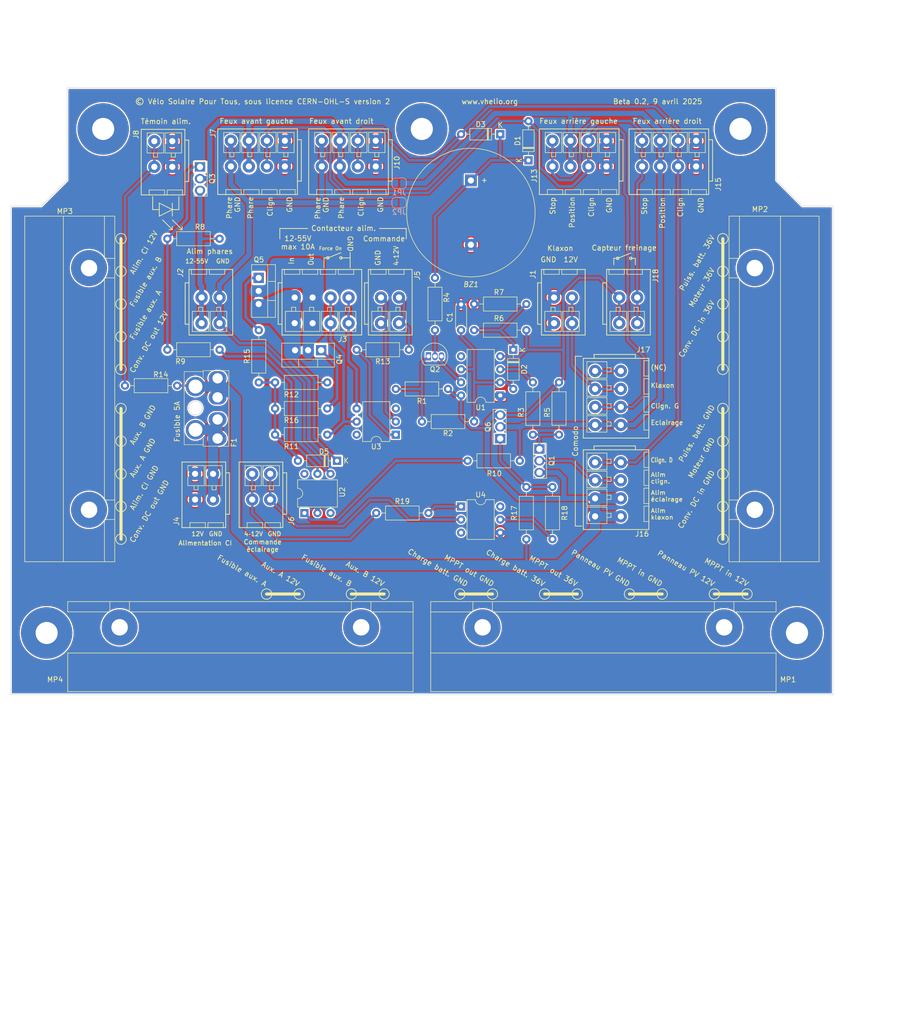
<source format=kicad_pcb>
(kicad_pcb (version 20211014) (generator pcbnew)

  (general
    (thickness 1.6)
  )

  (paper "A4")
  (layers
    (0 "F.Cu" signal)
    (31 "B.Cu" signal)
    (32 "B.Adhes" user "B.Adhesive")
    (33 "F.Adhes" user "F.Adhesive")
    (34 "B.Paste" user)
    (35 "F.Paste" user)
    (36 "B.SilkS" user "B.Silkscreen")
    (37 "F.SilkS" user "F.Silkscreen")
    (38 "B.Mask" user)
    (39 "F.Mask" user)
    (40 "Dwgs.User" user "User.Drawings")
    (41 "Cmts.User" user "User.Comments")
    (42 "Eco1.User" user "User.Eco1")
    (43 "Eco2.User" user "User.Eco2")
    (44 "Edge.Cuts" user)
    (45 "Margin" user)
    (46 "B.CrtYd" user "B.Courtyard")
    (47 "F.CrtYd" user "F.Courtyard")
    (48 "B.Fab" user)
    (49 "F.Fab" user)
    (50 "User.1" user)
    (51 "User.2" user)
    (52 "User.3" user)
    (53 "User.4" user)
    (54 "User.5" user)
    (55 "User.6" user)
    (56 "User.7" user)
    (57 "User.8" user)
    (58 "User.9" user)
  )

  (setup
    (stackup
      (layer "F.SilkS" (type "Top Silk Screen"))
      (layer "F.Paste" (type "Top Solder Paste"))
      (layer "F.Mask" (type "Top Solder Mask") (thickness 0.01))
      (layer "F.Cu" (type "copper") (thickness 0.035))
      (layer "dielectric 1" (type "core") (thickness 1.51) (material "FR4") (epsilon_r 4.5) (loss_tangent 0.02))
      (layer "B.Cu" (type "copper") (thickness 0.035))
      (layer "B.Mask" (type "Bottom Solder Mask") (thickness 0.01))
      (layer "B.Paste" (type "Bottom Solder Paste"))
      (layer "B.SilkS" (type "Bottom Silk Screen"))
      (copper_finish "None")
      (dielectric_constraints no)
    )
    (pad_to_mask_clearance 0)
    (pcbplotparams
      (layerselection 0x00010e0_ffffffff)
      (disableapertmacros false)
      (usegerberextensions false)
      (usegerberattributes true)
      (usegerberadvancedattributes true)
      (creategerberjobfile true)
      (svguseinch false)
      (svgprecision 6)
      (excludeedgelayer true)
      (plotframeref false)
      (viasonmask false)
      (mode 1)
      (useauxorigin false)
      (hpglpennumber 1)
      (hpglpenspeed 20)
      (hpglpendiameter 15.000000)
      (dxfpolygonmode true)
      (dxfimperialunits true)
      (dxfusepcbnewfont true)
      (psnegative false)
      (psa4output false)
      (plotreference true)
      (plotvalue true)
      (plotinvisibletext false)
      (sketchpadsonfab false)
      (subtractmaskfromsilk false)
      (outputformat 1)
      (mirror false)
      (drillshape 0)
      (scaleselection 1)
      (outputdirectory "")
    )
  )

  (net 0 "")
  (net 1 "GND")
  (net 2 "Net-(F1-Pad2)")
  (net 3 "Net-(D1-Pad2)")
  (net 4 "Net-(D3-Pad2)")
  (net 5 "/Phares")
  (net 6 "Net-(J13-Pad4)")
  (net 7 "Net-(J1-Pad2)")
  (net 8 "/Flasher/Out")
  (net 9 "unconnected-(J17-Pad1)")
  (net 10 "/12V_5A")
  (net 11 "/Flasher/Enable")
  (net 12 "/Contacteur Phares/Input")
  (net 13 "/Contacteur Phares/GND")
  (net 14 "/Contacteur Phares/Output")
  (net 15 "Net-(D4-Pad2)")
  (net 16 "/Conv12V_In.Vbatt")
  (net 17 "/Contacteur alim./Input")
  (net 18 "/Contacteur alim./SW_On")
  (net 19 "/Contacteur alim./GND")
  (net 20 "/Contacteur alim./Cmd_GND")
  (net 21 "/Contacteur alim./Cmd_On")
  (net 22 "/Contacteur Eclairage/Cmd_On")
  (net 23 "/Contacteur Eclairage/Cmd_GND")
  (net 24 "Net-(Q4-Pad1)")
  (net 25 "Net-(Q5-Pad1)")
  (net 26 "Net-(C1-Pad1)")
  (net 27 "Net-(D2-Pad1)")
  (net 28 "Net-(D5-Pad2)")
  (net 29 "Net-(Q1-Pad1)")
  (net 30 "Net-(Q2-Pad1)")
  (net 31 "Net-(Q2-Pad2)")
  (net 32 "Net-(Q2-Pad3)")
  (net 33 "Net-(Q3-Pad1)")
  (net 34 "Net-(Q6-Pad1)")
  (net 35 "Net-(R3-Pad1)")
  (net 36 "Net-(R9-Pad2)")
  (net 37 "Net-(R10-Pad1)")
  (net 38 "Net-(R13-Pad1)")
  (net 39 "Net-(R18-Pad2)")
  (net 40 "Net-(R19-Pad1)")
  (net 41 "unconnected-(U1-Pad5)")
  (net 42 "unconnected-(U2-Pad3)")
  (net 43 "unconnected-(U2-Pad6)")
  (net 44 "unconnected-(U3-Pad3)")
  (net 45 "unconnected-(U3-Pad6)")
  (net 46 "unconnected-(U4-Pad3)")
  (net 47 "unconnected-(U4-Pad6)")

  (footprint "circuit:Wago_221-500_SplicingConnectorHolder" (layer "F.Cu") (at 95.25 82.55 90))

  (footprint "circuit:MountingHole_5mm" (layer "F.Cu") (at 87 130))

  (footprint "Resistor_THT:R_Axial_DIN0207_L6.3mm_D2.5mm_P10.16mm_Horizontal" (layer "F.Cu") (at 147.32 74.93))

  (footprint "circuit:Buzzer_25x16_12.5" (layer "F.Cu") (at 169.545 42.01 -90))

  (footprint "Resistor_THT:R_Axial_DIN0207_L6.3mm_D2.5mm_P10.16mm_Horizontal" (layer "F.Cu") (at 185.42 101.6 -90))

  (footprint "Resistor_THT:R_Axial_DIN0207_L6.3mm_D2.5mm_P10.16mm_Horizontal" (layer "F.Cu") (at 180.34 71.12 180))

  (footprint "circuit:TO-220-3_Vertical" (layer "F.Cu") (at 140.415001 75.02 180))

  (footprint "circuit:Generic_FuseHolder_MINI" (layer "F.Cu") (at 120.26 80.485 -90))

  (footprint "Resistor_THT:R_Axial_DIN0207_L6.3mm_D2.5mm_P10.16mm_Horizontal" (layer "F.Cu") (at 165.1 82.55 180))

  (footprint "Package_DIP:DIP-8_W7.62mm" (layer "F.Cu") (at 175.26 83.82 180))

  (footprint "circuit:TerminalBlock_Wago_2601-3102_1x02_P3.50mm_Vertical" (layer "F.Cu") (at 119.38 104.06 180))

  (footprint "Resistor_THT:R_Axial_DIN0207_L6.3mm_D2.5mm_P10.16mm_Horizontal" (layer "F.Cu") (at 160.02 88.9))

  (footprint "Resistor_THT:R_Axial_DIN0207_L6.3mm_D2.5mm_P10.16mm_Horizontal" (layer "F.Cu") (at 168.91 96.52))

  (footprint "circuit:MountingHole_5mm" (layer "F.Cu") (at 98 32))

  (footprint "circuit:TerminalBlock_Wago_2601-3104_1x04_P3.50mm_Vertical" (layer "F.Cu") (at 195.920004 39.29 180))

  (footprint "circuit:TO-251-3_Vertical" (layer "F.Cu") (at 182.88 94.23 -90))

  (footprint "Resistor_THT:R_Axial_DIN0207_L6.3mm_D2.5mm_P10.16mm_Horizontal" (layer "F.Cu") (at 110.49 74.93))

  (footprint "Diode_THT:D_DO-35_SOD27_P7.62mm_Horizontal" (layer "F.Cu") (at 143.51 96.52 180))

  (footprint "circuit:TerminalBlock_Wago_2601-3104_1x04_P3.50mm_Vertical" (layer "F.Cu") (at 213.370004 39.29 180))

  (footprint "circuit:TO-92L_Inline" (layer "F.Cu") (at 161.29 76.2))

  (footprint "circuit:MountingHole_5mm" (layer "F.Cu") (at 222 32))

  (footprint "Resistor_THT:R_Axial_DIN0207_L6.3mm_D2.5mm_P10.16mm_Horizontal" (layer "F.Cu") (at 131.445 86.36))

  (footprint "circuit:TerminalBlock_Wago_2601-3104_1x04_P3.50mm_Vertical" (layer "F.Cu") (at 133.35 39.29 180))

  (footprint "Diode_THT:D_DO-35_SOD27_P7.62mm_Horizontal" (layer "F.Cu") (at 175.26 33.02 180))

  (footprint "Resistor_THT:R_Axial_DIN0207_L6.3mm_D2.5mm_P10.16mm_Horizontal" (layer "F.Cu") (at 102.235 81.915))

  (footprint "Diode_THT:D_DO-35_SOD27_P7.62mm_Horizontal" (layer "F.Cu") (at 177.8 74.93 -90))

  (footprint "Resistor_THT:R_Axial_DIN0207_L6.3mm_D2.5mm_P10.16mm_Horizontal" (layer "F.Cu") (at 181.61 81.28 -90))

  (footprint "Capacitor_THT:C_Disc_D4.3mm_W1.9mm_P5.00mm" (layer "F.Cu") (at 167.64 71.12 90))

  (footprint "Resistor_THT:R_Axial_DIN0207_L6.3mm_D2.5mm_P10.16mm_Horizontal" (layer "F.Cu") (at 162.56 71.12 90))

  (footprint "circuit:TerminalBlock_Wago_2601-3102_1x02_P3.50mm_Vertical" (layer "F.Cu") (at 152.055 64.77))

  (footprint "Diode_THT:D_DO-35_SOD27_P7.62mm_Horizontal" (layer "F.Cu") (at 180.75 38.1 90))

  (footprint "circuit:TerminalBlock_Wago_2601-3104_1x04_P3.50mm_Vertical" (layer "F.Cu") (at 198.7161 96.829996 -90))

  (footprint "circuit:TO-251-3_Vertical" (layer "F.Cu") (at 116.84 39.37 -90))

  (footprint "circuit:TerminalBlock_Wago_2601-3104_1x04_P3.50mm_Vertical" (layer "F.Cu") (at 135.255 64.77))

  (footprint "circuit:Wago_221-500_SplicingConnectorHolder" (layer "F.Cu") (at 224.79 82.55 -90))

  (footprint "Package_DIP:DIP-6_W7.62mm" (layer "F.Cu") (at 154.94 91.44 180))

  (footprint "circuit:MountingHole_5mm" (layer "F.Cu") (at 160 32))

  (footprint "circuit:TerminalBlock_Wago_2601-3102_1x02_P3.50mm_Vertical" (layer "F.Cu")
    (tedit 67E5B582) (tstamp ad280681-52bf-4c8b-ac2c-9709ca177a8f)
    (at 111.450003 39.37 180)
    (tags "Wago 2601-3102")
    (property "Sheetfile" "circuit.kicad_sch")
    (property "Sheetname" "")
    (path "/6e9cd9b5-2cb7-48b8-855f-32619e72c0d6")
    (attr through_hole)
    (fp_text reference "J8" (at 7.056003 5.334 90 unlocked) (layer "F.SilkS")
      (effects (font (size 1 1) (thickness 0.15)) (justify left))
      (tstamp 01e6719e-9dcc-49b4-83bd-29865c70ede1)
    )
    (fp_text value "Conn_Indicateur_Alim" (at 6.35 12.7 180 unlocked) (layer "F.Fab")
      (effects (font (size 1 1) (thickness 0.15)))
      (tstamp 226ba779-52a5-430e-8724-687eedb9994a)
    )
    (fp_text user "${REFERENCE}" (at -2.54 8.89 180 unlocked) (layer "F.Fab")
      (effects (font (size 1 1) (thickness 0.15)) (justify left))
      (tstamp 66b292fe-b076-4a06-a7c0-1ada692a3a1c)
    )
    (fp_line (start 0.200004 2.7) (end 0.200004 1.9) (layer "F.SilkS") (width 0.12) (tstamp 055344df-a143-4136-b771-d336538fb7af))
    (fp_line (start 6.050002 -5.449999) (end 6.050002 7.300001) (layer "F.SilkS") (width 0.1524) (tstamp 0bf7f6d2-f9ad-418f-a859-2bdac7c5ae6a))
    (fp_line (start 1.000004 -4.5) (end -1.999996 -4.5) (layer "F.SilkS") (width 0.12) (tstamp 172a5f2e-4b05-4695-a29c-fa4177c4b3cb))
    (fp_line (start -1.799996 2.7) (end 1.400004 2.7) (layer "F.SilkS") (width 0.12) (tstamp 2bda51c6-7fa4-46ce-ae16-9432d8e95181))
    (fp_line (start -2.449999 -5.449999) (end 6.050002 -5.449999) (layer "F.SilkS") (width 0.1524) (tstamp 2fe5d3e2-bddb-4587-bded-427cfce568b9))
    (fp_line (start -2.449998 -2.849999) (end -3.199999 -2.849999) (layer "F.SilkS") (width 0.1524) (tstamp 37130413-1809-47b9-8303-cea1ae047af6))
    (fp_line (start 1.400004 6.6) (end -1.799996 6.6) (layer "F.SilkS") (width 0.12) (tstamp 3e95dbad-cf0c-49ac-9feb-4e066d548718))
    (fp_line (start 1.500004 -4.5) (end 1.500004 -5.5) (layer "F.SilkS") (width 0.12) (tstamp 447f988c-93f8-4098-90d3-450e5b33e37e))
    (fp_line (start -2.449998 5.2) (end -3.199999 5.2) (layer "F.SilkS") (width 0.1524) (tstamp 480dd182-3993-417f-8df5-e200a1f80d68))
    (fp_line (start 1.700004 2.7) (end 4.900004 2.7) (layer "F.SilkS") (width 0.12) (tstamp 51a339e0-742b-4f55-ac2a-68cbce2af206))
    (fp_line (start 4.500004 -4.5) (end 1.500004 -4.5) (layer "F.SilkS") (width 0.12) (tstamp 5cc9ce62-9d95-47ab-92a1-556a194f8c63))
    (fp_line (start 4.900004 6.6) (end 1.700004 6.6) (layer "F.SilkS") (width 0.12) (tstamp 6b8e3659-a647-4450-8987-9cf793c52fd5))
    (fp_line (start -2.449999 7.300001) (end -2.449999 -5.449999) (layer "F.SilkS") (width 0.1524) (tstamp 6f53efb7-db48-45d9-80c1-507b9960ad08))
    (fp_line (start 3.700004 1.9) (end 2.900004 1.9) (layer "F.SilkS") (width 0.12) (tstamp 84bb1473-531d-4720-ba3b-1fc557b46054))
    (fp_line (start 4.900004 2.7) (end 4.900004 6.6) (layer "F.SilkS") (width 0.12) (tstamp 874081a4-b3f7-4615-9506-53da689e2116))
    (fp_line (start -1.999996 -4.5) (end -1.999996 -5.5) (layer "F.SilkS") (width 0.12) (tstamp 890b243b-b04d-4f29-ab51-41f7ecadcda7))
    (fp_line (start 1.400004 2.7) (end 1.400004 6.6) (layer "F.SilkS") (width 0.12) (tstamp 9a0efaaf-2136-4026-b3c2-edfb6e83a75f))
    (fp_line (start 1.000004 -5.5) (end 1.000004 -4.5) (layer "F.SilkS") (width 0.12) (tstamp aa41a8c3-0e56-44b4-a82b-0213f5a70b0a))
    (fp_line (start 3.700004 2.7) (end 3.700004 1.9) (layer "F.SilkS") (width 0.12) (tstamp c0508555-6424-4fad-9226-ea42a1633de9))
    (fp_line (start 2.900004 1.9) (end 2.900004 2.7) (layer "F.SilkS") (width 0.12) (tstamp c37f20c4-30c5-4386-b6e8-dfff5caa39b4))
    (fp_line (start 4.500004 -5.5) (end 4.500004 -4.5) (layer "F.SilkS") (width 0.12) (tstamp c3a8f970-2a4a-4a9c-b215-e4de5eebaf7d))
    (fp_line (start -1.799996 6.6) (end -1.799996 2.7) (layer "F.SilkS") (width 0.12) (tstamp cf2c6647-6755-4742-aaa1-c5903da09b5e))
    (fp_line (start -2.449999 7.300001) (end 6.050002 7.300001) (layer "F.SilkS") (width 0.1524) (tstamp d52c2de8-ba2b-4089-b214-05a4b7a1c4e9))
    (fp_line (start -3.199999 5.2) (end -3.199999 -2.849999) (layer "F.SilkS") (width 0.1524) (tstamp e7635299-8a9a-43d3-8b3b-95319ccda23b))
    (fp_line (start 0.200004 1.9) (end -0.599996 1.9) (layer "F.SilkS") (width 0.12) (tstamp eaa75a45-f2f9-4305-98ea-dd8a5d8f3404))
    (fp_line (start -0.599996 1.9) (end -0.599996 2.7) (layer "F.SilkS") (width 0.12) (tstamp f1ea6538-b56f-40f6-b846-910db16dc20a))
    (fp_line (start 1.700004 6.6) (end 1.700004 2.7) (layer "F.SilkS") (width 0.12) (tstamp fbb1d5ec-8996-4f56-8e52-da703f4d2e64))
    (fp_line (start -3.453998 7.554001) (end 6.304002 7.554001) (layer "F.CrtYd") (width 0.1524) (tstamp 036dd9cc-d33e-4cbc-95b3-3504fede4aec))
    (fp_line (start 6.304002 7.554001) (end 6.304002 -5.703999) (layer "F.CrtYd") (width 0.1524) (tstamp 2be1ad9c-f5ad-4393-8d1b-255265215f24))
    (fp_line (start 6.304002 -5.703999) (end -3.453998 -5.703999) (layer "F.CrtYd") (width 0.1524) (tstamp 46255798-4fe0-48db-95bb-e8657595928f))
    (fp_line (start -3.453998 -5.703999) (end -3.453998 7.554001) (layer "F.CrtYd") (width 0.1524) (tstamp fad1fd43-7d33-4667-863c-8ca08b2707f7))
    (fp_line (start 1.000004 -13.5) (end -1.999996 -13.5) (layer "F.Fab") (width 0.1) (tstamp 084b8c5d-9271-4ac8-85c9-4061ca2c5241))
    (fp_line (start -1.999996 -13.5) (end -1.999996 -5.5) (layer "F.Fab") (width 0.1) (tstamp 1e9e3dc3-60cb-4dbd-9950-5015d3a5554c))
    (fp_line (start -2.449999 -5.449999) (end 6.05 -5.45) (layer "F.Fab") (width 0.0254) (tstamp 20e0f39f-a516-4513-b954-687df20c7938))
    (fp_line (start 1.500004 -5.5) (end 4.500004 -5.5) (layer "F.Fab") (width 0.1) (tstamp 281e3047-1dee-4c1f-abcc-3ec78c07b9d2))
    (fp_line (start -2.449998 -2.849999) (end -3.199999 -2.849999) (layer "F.Fab") (width 0.0254) (tstamp 2838e18b-615f-4dc1-a560-afebf8a14ac0))
    (fp_line (start 1.500004 -13.5) (end 1.500004 -5.5) (layer "F.Fab") (width 0.1) (tstamp 375a73bc-0e9f-4b07-be05-baa0ea4834df))
    (fp_line (start -2.449999 7.300001) (end 6.05 7.3) (layer "F.Fab") (width 0.0254) (tstamp 47e7736f-c1e0-4e8f-9d69-5a42b72ff067))
    (fp_line (start 4.500004 -13.5) (end 1.500004 -13.5) (layer "F.Fab") (width 0.1) (tstamp 862dc70f-7dc2-4117-aa37-5ef6063c3df4))
    (fp_line (start -1.999996 -5.5) (end 1.000004 -5.5) (layer "F.Fab") (width 0.1) (tstamp a264b89d-0a12-4e75-9c30-5e3d238c19e2))
    (fp_line (start 4.500004 -5.5) (end 4.500004 -13.5) (layer "F.Fab") (width 0.1) (tstamp a57a00d3-d2f9-406e-8339-5cc2aa251b6a))
    (fp_line (start -3.199999 5.2) (end -3.199999 -2.849999) (layer "F.Fab") (width 0.0254) (tstamp c25e5526-d36c-4326-a80b-e065b988306c))
    (fp_line (start 6.05 -5.45) (end 6.05 7.3) (layer "F.Fab") (width 0.0254) (tstamp d70b3483-f6ee-4d0e-af72-efbabafa5502))
    (fp_line (start 1.000004 -5.5) (end 1.000004 -13.5) (layer "F.Fab") (width 0.1) (tstamp db13f834-9398-4491-8f81-d656a6ff9ec3))
    (fp_line (start -2.449998 5.2) (end -3.199999 5.2) (layer "F.Fab") (width 0.0254) (tstamp dca10a6c-b513-45f6-bfa6-c3d42471561a))
    (fp_line (start -2.449999 7.300001) (end -2.449999 -5.449999) (layer "F.Fab") (width 0.0254) (tstamp eb190e03-2594-4691-9d6e-1bfdf1facede))
    (pad "1" thru_hole circle (at 0 5 180) (size 2.4 2.4) (drill 1.2) (layers *.Cu *.Mask)
      (net 1 "GND") (pinfunction "-") (pintype "power_in") (tstamp 10bcd881-4b05-4ea6-bdb8-d4bc42a44033))
    (pad "1" thru_hole circle (at 0 0 180) (size 2.4 2.4) (drill 1.2) (layers *.Cu *.Mask)
      (net 1 "GND") (pinfunction "-") (pintype "power_in") (tstamp 52477310-b288-4772-903b-6aa290fc40f8))
    (pad "2" thru_hole circle (at 3.500003 0 180) (size 2.4 2.4) (drill 1.2) (layers *.Cu *.Mask)
      (net 15 "Net-(D4-Pad2)") (pinfunction "+") (pintype "passive") (tstamp 51b7dceb-af3a-4949-9f3e-1faf1dfec020))
    (pad "2" thru_hole circle (at 3.500003 5 180) (size 2.4 2.4) (drill 1.2) (layers *.Cu *.Mask)
      (net 15 "Net-(D4-Pad2)") (pinfunction "+") (pintype "passive") (tstamp 66700e06-ed6c-471d-ab91-367b8c86d03d))
    (model 
... [1625191 chars truncated]
</source>
